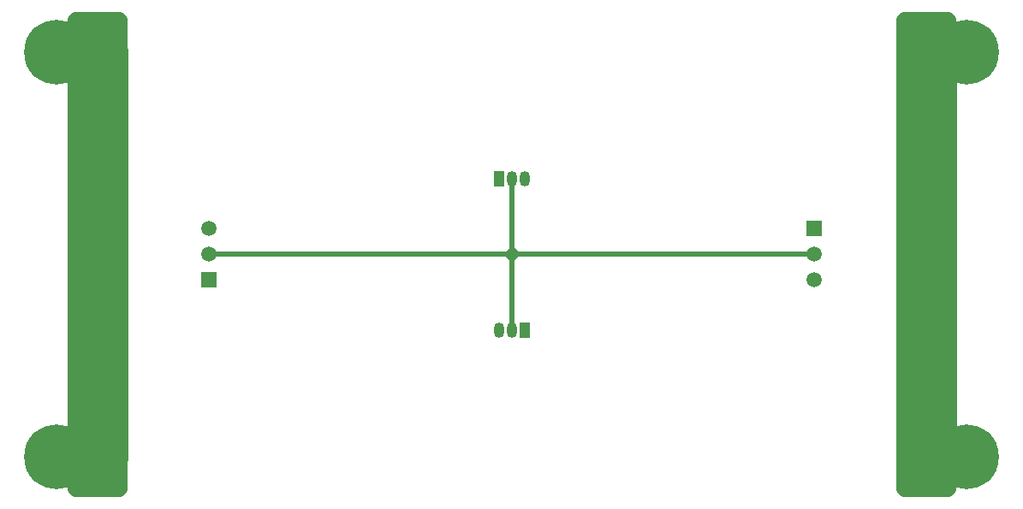
<source format=gtl>
%TF.GenerationSoftware,KiCad,Pcbnew,(6.0.8)*%
%TF.CreationDate,2023-05-12T01:14:41+02:00*%
%TF.ProjectId,SMDBattHolder,534d4442-6174-4744-986f-6c6465722e6b,rev?*%
%TF.SameCoordinates,Original*%
%TF.FileFunction,Copper,L1,Top*%
%TF.FilePolarity,Positive*%
%FSLAX46Y46*%
G04 Gerber Fmt 4.6, Leading zero omitted, Abs format (unit mm)*
G04 Created by KiCad (PCBNEW (6.0.8)) date 2023-05-12 01:14:41*
%MOMM*%
%LPD*%
G01*
G04 APERTURE LIST*
G04 Aperture macros list*
%AMRoundRect*
0 Rectangle with rounded corners*
0 $1 Rounding radius*
0 $2 $3 $4 $5 $6 $7 $8 $9 X,Y pos of 4 corners*
0 Add a 4 corners polygon primitive as box body*
4,1,4,$2,$3,$4,$5,$6,$7,$8,$9,$2,$3,0*
0 Add four circle primitives for the rounded corners*
1,1,$1+$1,$2,$3*
1,1,$1+$1,$4,$5*
1,1,$1+$1,$6,$7*
1,1,$1+$1,$8,$9*
0 Add four rect primitives between the rounded corners*
20,1,$1+$1,$2,$3,$4,$5,0*
20,1,$1+$1,$4,$5,$6,$7,0*
20,1,$1+$1,$6,$7,$8,$9,0*
20,1,$1+$1,$8,$9,$2,$3,0*%
G04 Aperture macros list end*
%TA.AperFunction,ConnectorPad*%
%ADD10C,6.400000*%
%TD*%
%TA.AperFunction,ComponentPad*%
%ADD11C,3.600000*%
%TD*%
%TA.AperFunction,ComponentPad*%
%ADD12R,1.500000X1.500000*%
%TD*%
%TA.AperFunction,ComponentPad*%
%ADD13C,1.500000*%
%TD*%
%TA.AperFunction,SMDPad,CuDef*%
%ADD14RoundRect,1.000000X-2.000000X-3.000000X2.000000X-3.000000X2.000000X3.000000X-2.000000X3.000000X0*%
%TD*%
%TA.AperFunction,SMDPad,CuDef*%
%ADD15RoundRect,1.500000X1.500000X-14.500000X1.500000X14.500000X-1.500000X14.500000X-1.500000X-14.500000X0*%
%TD*%
%TA.AperFunction,ComponentPad*%
%ADD16R,1.050000X1.500000*%
%TD*%
%TA.AperFunction,ComponentPad*%
%ADD17O,1.050000X1.500000*%
%TD*%
%TA.AperFunction,Conductor*%
%ADD18C,6.000000*%
%TD*%
%TA.AperFunction,Conductor*%
%ADD19C,0.500000*%
%TD*%
G04 APERTURE END LIST*
D10*
X290000000Y-115000000D03*
D11*
X290000000Y-115000000D03*
D12*
X305075000Y-137545000D03*
D13*
X305075000Y-135005000D03*
X305075000Y-132465000D03*
D14*
X294000000Y-155000000D03*
X376000000Y-155000000D03*
X294000000Y-115000000D03*
X376000000Y-115000000D03*
D11*
X380000000Y-155000000D03*
D10*
X380000000Y-155000000D03*
X290000000Y-155000000D03*
D11*
X290000000Y-155000000D03*
D10*
X380000000Y-115000000D03*
D11*
X380000000Y-115000000D03*
D12*
X364925000Y-132455000D03*
D13*
X364925000Y-134995000D03*
X364925000Y-137535000D03*
D15*
X294000000Y-135000000D03*
X376000000Y-135000000D03*
D16*
X333730000Y-127500000D03*
D17*
X335000000Y-127500000D03*
X336270000Y-127500000D03*
D16*
X336250000Y-142500000D03*
D17*
X334980000Y-142500000D03*
X333710000Y-142500000D03*
D18*
X294000000Y-115000000D02*
X294000000Y-135000000D01*
X294000000Y-115000000D02*
X293000000Y-115000000D01*
X294000000Y-155000000D02*
X294000000Y-135000000D01*
X294000000Y-155000000D02*
X293000000Y-155000000D01*
X376000000Y-115000000D02*
X377000000Y-115000000D01*
X376000000Y-135000000D02*
X376000000Y-115000000D01*
X376000000Y-155000000D02*
X376000000Y-135000000D01*
X376000000Y-155000000D02*
X377000000Y-155000000D01*
D19*
X335000000Y-135500000D02*
X335000000Y-142480000D01*
X334995000Y-135005000D02*
X335000000Y-135000000D01*
X335000000Y-127500000D02*
X335000000Y-134500000D01*
X305075000Y-135005000D02*
X334505000Y-135005000D01*
X335000000Y-134500000D02*
X335000000Y-134510000D01*
X335005000Y-134995000D02*
X335495000Y-134995000D01*
X335495000Y-135005000D02*
X335495000Y-134995000D01*
X335000000Y-134500000D02*
X335000000Y-135000000D01*
X335000000Y-135500000D02*
X335495000Y-135005000D01*
X335000000Y-135000000D02*
X335000000Y-135500000D01*
X334505000Y-135005000D02*
X334995000Y-135005000D01*
X334505000Y-135005000D02*
X335000000Y-135500000D01*
X335000000Y-135000000D02*
X335005000Y-134995000D01*
X335495000Y-134995000D02*
X335000000Y-134500000D01*
X335000000Y-134510000D02*
X334505000Y-135005000D01*
X335000000Y-142480000D02*
X334980000Y-142500000D01*
X335495000Y-134995000D02*
X364925000Y-134995000D01*
M02*

</source>
